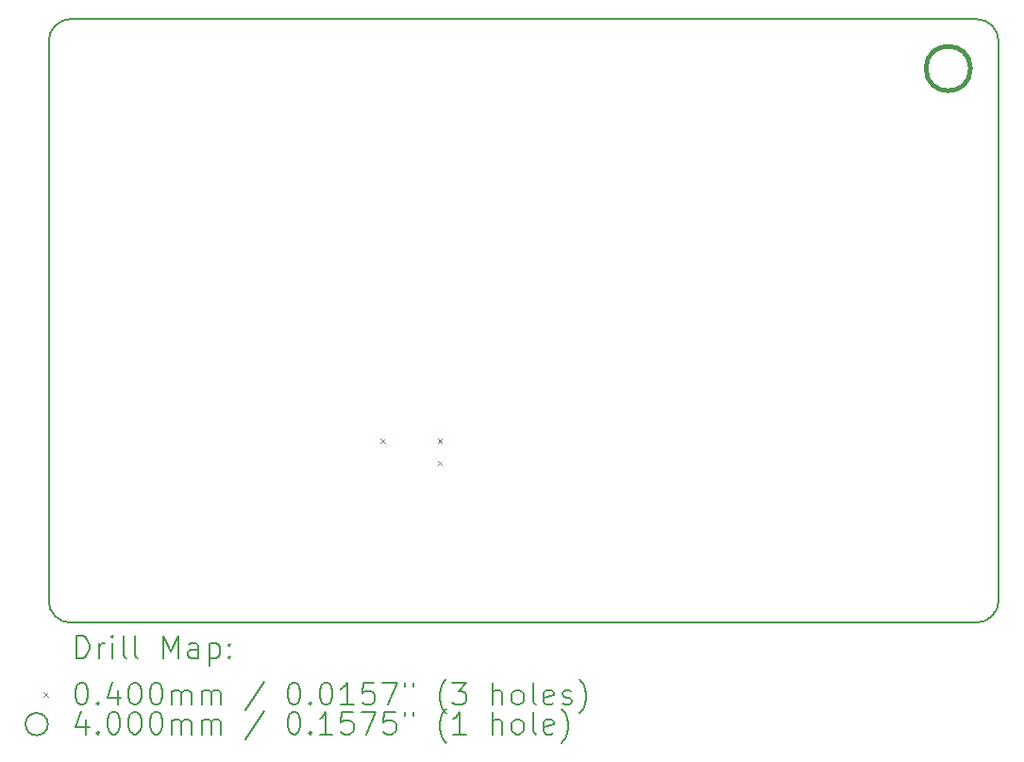
<source format=gbr>
%TF.GenerationSoftware,KiCad,Pcbnew,6.0.11+dfsg-1*%
%TF.CreationDate,2023-08-15T18:05:08+01:00*%
%TF.ProjectId,business card-andrew,62757369-6e65-4737-9320-636172642d61,rev?*%
%TF.SameCoordinates,Original*%
%TF.FileFunction,Drillmap*%
%TF.FilePolarity,Positive*%
%FSLAX45Y45*%
G04 Gerber Fmt 4.5, Leading zero omitted, Abs format (unit mm)*
G04 Created by KiCad (PCBNEW 6.0.11+dfsg-1) date 2023-08-15 18:05:08*
%MOMM*%
%LPD*%
G01*
G04 APERTURE LIST*
%ADD10C,0.150000*%
%ADD11C,0.200000*%
%ADD12C,0.040000*%
%ADD13C,0.400000*%
G04 APERTURE END LIST*
D10*
X13603200Y-10296800D02*
X13603200Y-5283200D01*
X13400000Y-10500000D02*
X5276850Y-10500000D01*
X5080000Y-10303150D02*
X5080000Y-5283200D01*
X5283200Y-5080000D02*
X13400000Y-5080000D01*
X13400000Y-10500000D02*
G75*
G03*
X13603200Y-10296800I0J203200D01*
G01*
X5283200Y-5080000D02*
G75*
G03*
X5080000Y-5283200I0J-203200D01*
G01*
X13603200Y-5283200D02*
G75*
G03*
X13400000Y-5080000I-203200J0D01*
G01*
X5080000Y-10303150D02*
G75*
G03*
X5276850Y-10500000I196850J0D01*
G01*
D11*
D12*
X8059458Y-8847062D02*
X8099458Y-8887062D01*
X8099458Y-8847062D02*
X8059458Y-8887062D01*
X8569264Y-8847062D02*
X8609264Y-8887062D01*
X8609264Y-8847062D02*
X8569264Y-8887062D01*
X8569264Y-9046960D02*
X8609264Y-9086960D01*
X8609264Y-9046960D02*
X8569264Y-9086960D01*
D13*
X13350000Y-5525000D02*
G75*
G03*
X13350000Y-5525000I-200000J0D01*
G01*
D11*
X5330119Y-10817976D02*
X5330119Y-10617976D01*
X5377738Y-10617976D01*
X5406310Y-10627500D01*
X5425357Y-10646548D01*
X5434881Y-10665595D01*
X5444405Y-10703690D01*
X5444405Y-10732262D01*
X5434881Y-10770357D01*
X5425357Y-10789405D01*
X5406310Y-10808452D01*
X5377738Y-10817976D01*
X5330119Y-10817976D01*
X5530119Y-10817976D02*
X5530119Y-10684643D01*
X5530119Y-10722738D02*
X5539643Y-10703690D01*
X5549167Y-10694167D01*
X5568214Y-10684643D01*
X5587262Y-10684643D01*
X5653928Y-10817976D02*
X5653928Y-10684643D01*
X5653928Y-10617976D02*
X5644405Y-10627500D01*
X5653928Y-10637024D01*
X5663452Y-10627500D01*
X5653928Y-10617976D01*
X5653928Y-10637024D01*
X5777738Y-10817976D02*
X5758690Y-10808452D01*
X5749167Y-10789405D01*
X5749167Y-10617976D01*
X5882500Y-10817976D02*
X5863452Y-10808452D01*
X5853928Y-10789405D01*
X5853928Y-10617976D01*
X6111071Y-10817976D02*
X6111071Y-10617976D01*
X6177738Y-10760833D01*
X6244405Y-10617976D01*
X6244405Y-10817976D01*
X6425357Y-10817976D02*
X6425357Y-10713214D01*
X6415833Y-10694167D01*
X6396786Y-10684643D01*
X6358690Y-10684643D01*
X6339643Y-10694167D01*
X6425357Y-10808452D02*
X6406309Y-10817976D01*
X6358690Y-10817976D01*
X6339643Y-10808452D01*
X6330119Y-10789405D01*
X6330119Y-10770357D01*
X6339643Y-10751310D01*
X6358690Y-10741786D01*
X6406309Y-10741786D01*
X6425357Y-10732262D01*
X6520595Y-10684643D02*
X6520595Y-10884643D01*
X6520595Y-10694167D02*
X6539643Y-10684643D01*
X6577738Y-10684643D01*
X6596786Y-10694167D01*
X6606309Y-10703690D01*
X6615833Y-10722738D01*
X6615833Y-10779881D01*
X6606309Y-10798929D01*
X6596786Y-10808452D01*
X6577738Y-10817976D01*
X6539643Y-10817976D01*
X6520595Y-10808452D01*
X6701548Y-10798929D02*
X6711071Y-10808452D01*
X6701548Y-10817976D01*
X6692024Y-10808452D01*
X6701548Y-10798929D01*
X6701548Y-10817976D01*
X6701548Y-10694167D02*
X6711071Y-10703690D01*
X6701548Y-10713214D01*
X6692024Y-10703690D01*
X6701548Y-10694167D01*
X6701548Y-10713214D01*
D12*
X5032500Y-11127500D02*
X5072500Y-11167500D01*
X5072500Y-11127500D02*
X5032500Y-11167500D01*
D11*
X5368214Y-11037976D02*
X5387262Y-11037976D01*
X5406310Y-11047500D01*
X5415833Y-11057024D01*
X5425357Y-11076071D01*
X5434881Y-11114167D01*
X5434881Y-11161786D01*
X5425357Y-11199881D01*
X5415833Y-11218928D01*
X5406310Y-11228452D01*
X5387262Y-11237976D01*
X5368214Y-11237976D01*
X5349167Y-11228452D01*
X5339643Y-11218928D01*
X5330119Y-11199881D01*
X5320595Y-11161786D01*
X5320595Y-11114167D01*
X5330119Y-11076071D01*
X5339643Y-11057024D01*
X5349167Y-11047500D01*
X5368214Y-11037976D01*
X5520595Y-11218928D02*
X5530119Y-11228452D01*
X5520595Y-11237976D01*
X5511071Y-11228452D01*
X5520595Y-11218928D01*
X5520595Y-11237976D01*
X5701548Y-11104643D02*
X5701548Y-11237976D01*
X5653928Y-11028452D02*
X5606309Y-11171310D01*
X5730119Y-11171310D01*
X5844405Y-11037976D02*
X5863452Y-11037976D01*
X5882500Y-11047500D01*
X5892024Y-11057024D01*
X5901548Y-11076071D01*
X5911071Y-11114167D01*
X5911071Y-11161786D01*
X5901548Y-11199881D01*
X5892024Y-11218928D01*
X5882500Y-11228452D01*
X5863452Y-11237976D01*
X5844405Y-11237976D01*
X5825357Y-11228452D01*
X5815833Y-11218928D01*
X5806309Y-11199881D01*
X5796786Y-11161786D01*
X5796786Y-11114167D01*
X5806309Y-11076071D01*
X5815833Y-11057024D01*
X5825357Y-11047500D01*
X5844405Y-11037976D01*
X6034881Y-11037976D02*
X6053928Y-11037976D01*
X6072976Y-11047500D01*
X6082500Y-11057024D01*
X6092024Y-11076071D01*
X6101548Y-11114167D01*
X6101548Y-11161786D01*
X6092024Y-11199881D01*
X6082500Y-11218928D01*
X6072976Y-11228452D01*
X6053928Y-11237976D01*
X6034881Y-11237976D01*
X6015833Y-11228452D01*
X6006309Y-11218928D01*
X5996786Y-11199881D01*
X5987262Y-11161786D01*
X5987262Y-11114167D01*
X5996786Y-11076071D01*
X6006309Y-11057024D01*
X6015833Y-11047500D01*
X6034881Y-11037976D01*
X6187262Y-11237976D02*
X6187262Y-11104643D01*
X6187262Y-11123690D02*
X6196786Y-11114167D01*
X6215833Y-11104643D01*
X6244405Y-11104643D01*
X6263452Y-11114167D01*
X6272976Y-11133214D01*
X6272976Y-11237976D01*
X6272976Y-11133214D02*
X6282500Y-11114167D01*
X6301548Y-11104643D01*
X6330119Y-11104643D01*
X6349167Y-11114167D01*
X6358690Y-11133214D01*
X6358690Y-11237976D01*
X6453928Y-11237976D02*
X6453928Y-11104643D01*
X6453928Y-11123690D02*
X6463452Y-11114167D01*
X6482500Y-11104643D01*
X6511071Y-11104643D01*
X6530119Y-11114167D01*
X6539643Y-11133214D01*
X6539643Y-11237976D01*
X6539643Y-11133214D02*
X6549167Y-11114167D01*
X6568214Y-11104643D01*
X6596786Y-11104643D01*
X6615833Y-11114167D01*
X6625357Y-11133214D01*
X6625357Y-11237976D01*
X7015833Y-11028452D02*
X6844405Y-11285595D01*
X7272976Y-11037976D02*
X7292024Y-11037976D01*
X7311071Y-11047500D01*
X7320595Y-11057024D01*
X7330119Y-11076071D01*
X7339643Y-11114167D01*
X7339643Y-11161786D01*
X7330119Y-11199881D01*
X7320595Y-11218928D01*
X7311071Y-11228452D01*
X7292024Y-11237976D01*
X7272976Y-11237976D01*
X7253928Y-11228452D01*
X7244405Y-11218928D01*
X7234881Y-11199881D01*
X7225357Y-11161786D01*
X7225357Y-11114167D01*
X7234881Y-11076071D01*
X7244405Y-11057024D01*
X7253928Y-11047500D01*
X7272976Y-11037976D01*
X7425357Y-11218928D02*
X7434881Y-11228452D01*
X7425357Y-11237976D01*
X7415833Y-11228452D01*
X7425357Y-11218928D01*
X7425357Y-11237976D01*
X7558690Y-11037976D02*
X7577738Y-11037976D01*
X7596786Y-11047500D01*
X7606309Y-11057024D01*
X7615833Y-11076071D01*
X7625357Y-11114167D01*
X7625357Y-11161786D01*
X7615833Y-11199881D01*
X7606309Y-11218928D01*
X7596786Y-11228452D01*
X7577738Y-11237976D01*
X7558690Y-11237976D01*
X7539643Y-11228452D01*
X7530119Y-11218928D01*
X7520595Y-11199881D01*
X7511071Y-11161786D01*
X7511071Y-11114167D01*
X7520595Y-11076071D01*
X7530119Y-11057024D01*
X7539643Y-11047500D01*
X7558690Y-11037976D01*
X7815833Y-11237976D02*
X7701548Y-11237976D01*
X7758690Y-11237976D02*
X7758690Y-11037976D01*
X7739643Y-11066548D01*
X7720595Y-11085595D01*
X7701548Y-11095119D01*
X7996786Y-11037976D02*
X7901548Y-11037976D01*
X7892024Y-11133214D01*
X7901548Y-11123690D01*
X7920595Y-11114167D01*
X7968214Y-11114167D01*
X7987262Y-11123690D01*
X7996786Y-11133214D01*
X8006309Y-11152262D01*
X8006309Y-11199881D01*
X7996786Y-11218928D01*
X7987262Y-11228452D01*
X7968214Y-11237976D01*
X7920595Y-11237976D01*
X7901548Y-11228452D01*
X7892024Y-11218928D01*
X8072976Y-11037976D02*
X8206309Y-11037976D01*
X8120595Y-11237976D01*
X8272976Y-11037976D02*
X8272976Y-11076071D01*
X8349167Y-11037976D02*
X8349167Y-11076071D01*
X8644405Y-11314167D02*
X8634881Y-11304643D01*
X8615833Y-11276071D01*
X8606310Y-11257024D01*
X8596786Y-11228452D01*
X8587262Y-11180833D01*
X8587262Y-11142738D01*
X8596786Y-11095119D01*
X8606310Y-11066548D01*
X8615833Y-11047500D01*
X8634881Y-11018929D01*
X8644405Y-11009405D01*
X8701548Y-11037976D02*
X8825357Y-11037976D01*
X8758690Y-11114167D01*
X8787262Y-11114167D01*
X8806310Y-11123690D01*
X8815833Y-11133214D01*
X8825357Y-11152262D01*
X8825357Y-11199881D01*
X8815833Y-11218928D01*
X8806310Y-11228452D01*
X8787262Y-11237976D01*
X8730119Y-11237976D01*
X8711071Y-11228452D01*
X8701548Y-11218928D01*
X9063452Y-11237976D02*
X9063452Y-11037976D01*
X9149167Y-11237976D02*
X9149167Y-11133214D01*
X9139643Y-11114167D01*
X9120595Y-11104643D01*
X9092024Y-11104643D01*
X9072976Y-11114167D01*
X9063452Y-11123690D01*
X9272976Y-11237976D02*
X9253929Y-11228452D01*
X9244405Y-11218928D01*
X9234881Y-11199881D01*
X9234881Y-11142738D01*
X9244405Y-11123690D01*
X9253929Y-11114167D01*
X9272976Y-11104643D01*
X9301548Y-11104643D01*
X9320595Y-11114167D01*
X9330119Y-11123690D01*
X9339643Y-11142738D01*
X9339643Y-11199881D01*
X9330119Y-11218928D01*
X9320595Y-11228452D01*
X9301548Y-11237976D01*
X9272976Y-11237976D01*
X9453929Y-11237976D02*
X9434881Y-11228452D01*
X9425357Y-11209405D01*
X9425357Y-11037976D01*
X9606310Y-11228452D02*
X9587262Y-11237976D01*
X9549167Y-11237976D01*
X9530119Y-11228452D01*
X9520595Y-11209405D01*
X9520595Y-11133214D01*
X9530119Y-11114167D01*
X9549167Y-11104643D01*
X9587262Y-11104643D01*
X9606310Y-11114167D01*
X9615833Y-11133214D01*
X9615833Y-11152262D01*
X9520595Y-11171310D01*
X9692024Y-11228452D02*
X9711071Y-11237976D01*
X9749167Y-11237976D01*
X9768214Y-11228452D01*
X9777738Y-11209405D01*
X9777738Y-11199881D01*
X9768214Y-11180833D01*
X9749167Y-11171310D01*
X9720595Y-11171310D01*
X9701548Y-11161786D01*
X9692024Y-11142738D01*
X9692024Y-11133214D01*
X9701548Y-11114167D01*
X9720595Y-11104643D01*
X9749167Y-11104643D01*
X9768214Y-11114167D01*
X9844405Y-11314167D02*
X9853929Y-11304643D01*
X9872976Y-11276071D01*
X9882500Y-11257024D01*
X9892024Y-11228452D01*
X9901548Y-11180833D01*
X9901548Y-11142738D01*
X9892024Y-11095119D01*
X9882500Y-11066548D01*
X9872976Y-11047500D01*
X9853929Y-11018929D01*
X9844405Y-11009405D01*
X5072500Y-11411500D02*
G75*
G03*
X5072500Y-11411500I-100000J0D01*
G01*
X5415833Y-11368643D02*
X5415833Y-11501976D01*
X5368214Y-11292452D02*
X5320595Y-11435309D01*
X5444405Y-11435309D01*
X5520595Y-11482928D02*
X5530119Y-11492452D01*
X5520595Y-11501976D01*
X5511071Y-11492452D01*
X5520595Y-11482928D01*
X5520595Y-11501976D01*
X5653928Y-11301976D02*
X5672976Y-11301976D01*
X5692024Y-11311500D01*
X5701548Y-11321024D01*
X5711071Y-11340071D01*
X5720595Y-11378167D01*
X5720595Y-11425786D01*
X5711071Y-11463881D01*
X5701548Y-11482928D01*
X5692024Y-11492452D01*
X5672976Y-11501976D01*
X5653928Y-11501976D01*
X5634881Y-11492452D01*
X5625357Y-11482928D01*
X5615833Y-11463881D01*
X5606309Y-11425786D01*
X5606309Y-11378167D01*
X5615833Y-11340071D01*
X5625357Y-11321024D01*
X5634881Y-11311500D01*
X5653928Y-11301976D01*
X5844405Y-11301976D02*
X5863452Y-11301976D01*
X5882500Y-11311500D01*
X5892024Y-11321024D01*
X5901548Y-11340071D01*
X5911071Y-11378167D01*
X5911071Y-11425786D01*
X5901548Y-11463881D01*
X5892024Y-11482928D01*
X5882500Y-11492452D01*
X5863452Y-11501976D01*
X5844405Y-11501976D01*
X5825357Y-11492452D01*
X5815833Y-11482928D01*
X5806309Y-11463881D01*
X5796786Y-11425786D01*
X5796786Y-11378167D01*
X5806309Y-11340071D01*
X5815833Y-11321024D01*
X5825357Y-11311500D01*
X5844405Y-11301976D01*
X6034881Y-11301976D02*
X6053928Y-11301976D01*
X6072976Y-11311500D01*
X6082500Y-11321024D01*
X6092024Y-11340071D01*
X6101548Y-11378167D01*
X6101548Y-11425786D01*
X6092024Y-11463881D01*
X6082500Y-11482928D01*
X6072976Y-11492452D01*
X6053928Y-11501976D01*
X6034881Y-11501976D01*
X6015833Y-11492452D01*
X6006309Y-11482928D01*
X5996786Y-11463881D01*
X5987262Y-11425786D01*
X5987262Y-11378167D01*
X5996786Y-11340071D01*
X6006309Y-11321024D01*
X6015833Y-11311500D01*
X6034881Y-11301976D01*
X6187262Y-11501976D02*
X6187262Y-11368643D01*
X6187262Y-11387690D02*
X6196786Y-11378167D01*
X6215833Y-11368643D01*
X6244405Y-11368643D01*
X6263452Y-11378167D01*
X6272976Y-11397214D01*
X6272976Y-11501976D01*
X6272976Y-11397214D02*
X6282500Y-11378167D01*
X6301548Y-11368643D01*
X6330119Y-11368643D01*
X6349167Y-11378167D01*
X6358690Y-11397214D01*
X6358690Y-11501976D01*
X6453928Y-11501976D02*
X6453928Y-11368643D01*
X6453928Y-11387690D02*
X6463452Y-11378167D01*
X6482500Y-11368643D01*
X6511071Y-11368643D01*
X6530119Y-11378167D01*
X6539643Y-11397214D01*
X6539643Y-11501976D01*
X6539643Y-11397214D02*
X6549167Y-11378167D01*
X6568214Y-11368643D01*
X6596786Y-11368643D01*
X6615833Y-11378167D01*
X6625357Y-11397214D01*
X6625357Y-11501976D01*
X7015833Y-11292452D02*
X6844405Y-11549595D01*
X7272976Y-11301976D02*
X7292024Y-11301976D01*
X7311071Y-11311500D01*
X7320595Y-11321024D01*
X7330119Y-11340071D01*
X7339643Y-11378167D01*
X7339643Y-11425786D01*
X7330119Y-11463881D01*
X7320595Y-11482928D01*
X7311071Y-11492452D01*
X7292024Y-11501976D01*
X7272976Y-11501976D01*
X7253928Y-11492452D01*
X7244405Y-11482928D01*
X7234881Y-11463881D01*
X7225357Y-11425786D01*
X7225357Y-11378167D01*
X7234881Y-11340071D01*
X7244405Y-11321024D01*
X7253928Y-11311500D01*
X7272976Y-11301976D01*
X7425357Y-11482928D02*
X7434881Y-11492452D01*
X7425357Y-11501976D01*
X7415833Y-11492452D01*
X7425357Y-11482928D01*
X7425357Y-11501976D01*
X7625357Y-11501976D02*
X7511071Y-11501976D01*
X7568214Y-11501976D02*
X7568214Y-11301976D01*
X7549167Y-11330548D01*
X7530119Y-11349595D01*
X7511071Y-11359119D01*
X7806309Y-11301976D02*
X7711071Y-11301976D01*
X7701548Y-11397214D01*
X7711071Y-11387690D01*
X7730119Y-11378167D01*
X7777738Y-11378167D01*
X7796786Y-11387690D01*
X7806309Y-11397214D01*
X7815833Y-11416262D01*
X7815833Y-11463881D01*
X7806309Y-11482928D01*
X7796786Y-11492452D01*
X7777738Y-11501976D01*
X7730119Y-11501976D01*
X7711071Y-11492452D01*
X7701548Y-11482928D01*
X7882500Y-11301976D02*
X8015833Y-11301976D01*
X7930119Y-11501976D01*
X8187262Y-11301976D02*
X8092024Y-11301976D01*
X8082500Y-11397214D01*
X8092024Y-11387690D01*
X8111071Y-11378167D01*
X8158690Y-11378167D01*
X8177738Y-11387690D01*
X8187262Y-11397214D01*
X8196786Y-11416262D01*
X8196786Y-11463881D01*
X8187262Y-11482928D01*
X8177738Y-11492452D01*
X8158690Y-11501976D01*
X8111071Y-11501976D01*
X8092024Y-11492452D01*
X8082500Y-11482928D01*
X8272976Y-11301976D02*
X8272976Y-11340071D01*
X8349167Y-11301976D02*
X8349167Y-11340071D01*
X8644405Y-11578167D02*
X8634881Y-11568643D01*
X8615833Y-11540071D01*
X8606310Y-11521024D01*
X8596786Y-11492452D01*
X8587262Y-11444833D01*
X8587262Y-11406738D01*
X8596786Y-11359119D01*
X8606310Y-11330548D01*
X8615833Y-11311500D01*
X8634881Y-11282928D01*
X8644405Y-11273405D01*
X8825357Y-11501976D02*
X8711071Y-11501976D01*
X8768214Y-11501976D02*
X8768214Y-11301976D01*
X8749167Y-11330548D01*
X8730119Y-11349595D01*
X8711071Y-11359119D01*
X9063452Y-11501976D02*
X9063452Y-11301976D01*
X9149167Y-11501976D02*
X9149167Y-11397214D01*
X9139643Y-11378167D01*
X9120595Y-11368643D01*
X9092024Y-11368643D01*
X9072976Y-11378167D01*
X9063452Y-11387690D01*
X9272976Y-11501976D02*
X9253929Y-11492452D01*
X9244405Y-11482928D01*
X9234881Y-11463881D01*
X9234881Y-11406738D01*
X9244405Y-11387690D01*
X9253929Y-11378167D01*
X9272976Y-11368643D01*
X9301548Y-11368643D01*
X9320595Y-11378167D01*
X9330119Y-11387690D01*
X9339643Y-11406738D01*
X9339643Y-11463881D01*
X9330119Y-11482928D01*
X9320595Y-11492452D01*
X9301548Y-11501976D01*
X9272976Y-11501976D01*
X9453929Y-11501976D02*
X9434881Y-11492452D01*
X9425357Y-11473405D01*
X9425357Y-11301976D01*
X9606310Y-11492452D02*
X9587262Y-11501976D01*
X9549167Y-11501976D01*
X9530119Y-11492452D01*
X9520595Y-11473405D01*
X9520595Y-11397214D01*
X9530119Y-11378167D01*
X9549167Y-11368643D01*
X9587262Y-11368643D01*
X9606310Y-11378167D01*
X9615833Y-11397214D01*
X9615833Y-11416262D01*
X9520595Y-11435309D01*
X9682500Y-11578167D02*
X9692024Y-11568643D01*
X9711071Y-11540071D01*
X9720595Y-11521024D01*
X9730119Y-11492452D01*
X9739643Y-11444833D01*
X9739643Y-11406738D01*
X9730119Y-11359119D01*
X9720595Y-11330548D01*
X9711071Y-11311500D01*
X9692024Y-11282928D01*
X9682500Y-11273405D01*
M02*

</source>
